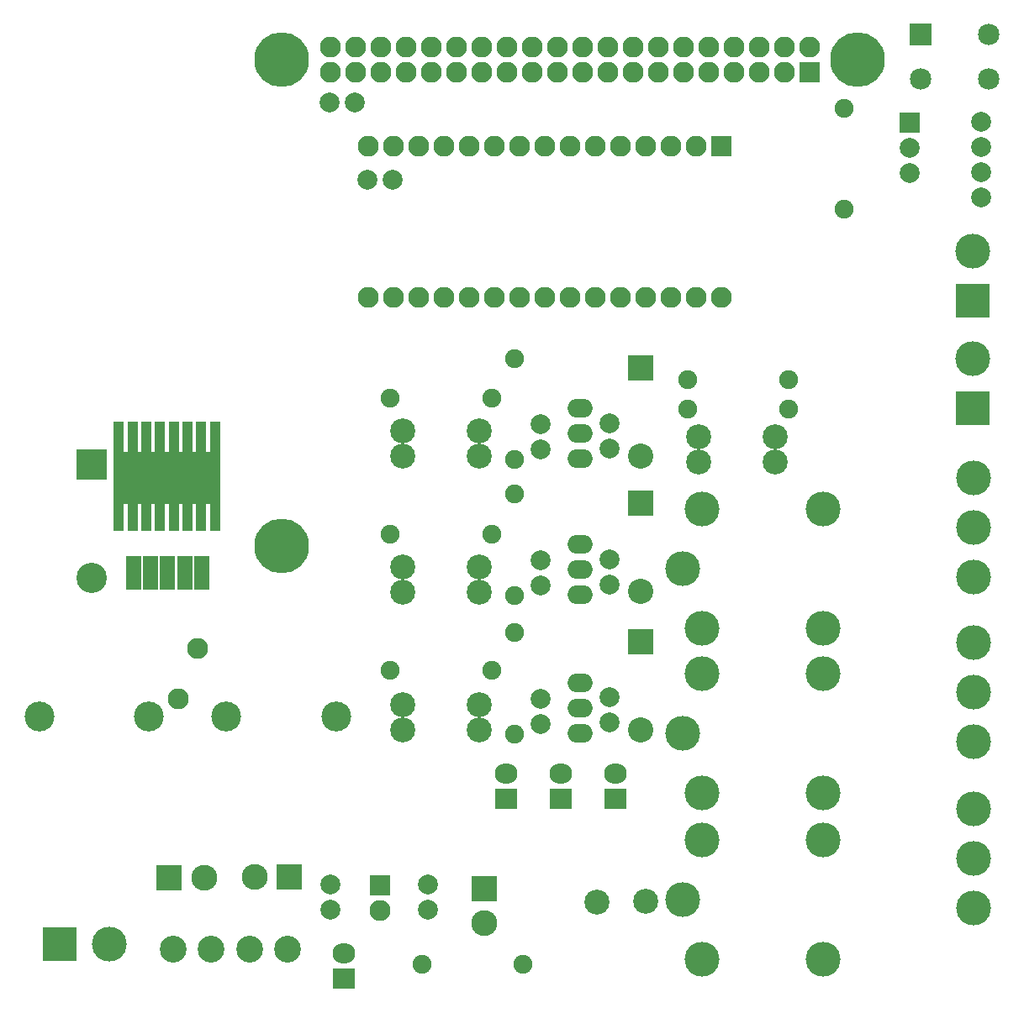
<source format=gts>
G04 Layer_Color=8388736*
%FSLAX25Y25*%
%MOIN*%
G70*
G01*
G75*
%ADD18R,0.03839X0.43209*%
%ADD19R,0.41929X0.20866*%
%ADD35R,0.10000X0.10000*%
%ADD36C,0.10000*%
%ADD50R,0.05937X0.13811*%
%ADD51C,0.09874*%
%ADD52C,0.13811*%
%ADD53R,0.13811X0.13811*%
%ADD54R,0.13811X0.13811*%
%ADD55C,0.07906*%
%ADD56R,0.08500X0.08500*%
%ADD57C,0.08500*%
%ADD58R,0.07906X0.07906*%
%ADD59C,0.07512*%
%ADD60R,0.08299X0.08299*%
%ADD61C,0.08299*%
%ADD62O,0.09874X0.07512*%
%ADD63O,0.09000X0.08000*%
%ADD64R,0.09000X0.08000*%
%ADD65R,0.12000X0.12000*%
%ADD66C,0.12000*%
%ADD67C,0.11843*%
%ADD68C,0.10268*%
%ADD69R,0.10268X0.10268*%
%ADD70R,0.10268X0.10268*%
%ADD71C,0.10642*%
%ADD72C,0.21685*%
D18*
X1227833Y997687D02*
D03*
X1233275D02*
D03*
X1238716D02*
D03*
X1244158D02*
D03*
X1249599D02*
D03*
X1255041D02*
D03*
X1222392D02*
D03*
X1260482D02*
D03*
D19*
X1241437Y996850D02*
D03*
D35*
X1429363Y1040787D02*
D03*
Y986949D02*
D03*
Y932028D02*
D03*
D36*
Y1005787D02*
D03*
Y951949D02*
D03*
Y897027D02*
D03*
D50*
X1255118Y959350D02*
D03*
X1248425D02*
D03*
X1241732D02*
D03*
X1235039D02*
D03*
X1228347D02*
D03*
D51*
X1411909Y828740D02*
D03*
X1431201Y828937D02*
D03*
X1452181Y1013287D02*
D03*
X1482496Y1003287D02*
D03*
Y1013287D02*
D03*
X1452181Y1003287D02*
D03*
X1335039Y1015650D02*
D03*
X1365354Y1005650D02*
D03*
Y1015650D02*
D03*
X1335039Y1005650D02*
D03*
Y961811D02*
D03*
X1365354Y951811D02*
D03*
Y961811D02*
D03*
X1335039Y951811D02*
D03*
Y906890D02*
D03*
X1365354Y896890D02*
D03*
Y906890D02*
D03*
X1335039Y896890D02*
D03*
D52*
X1445768Y829626D02*
D03*
X1453642Y853248D02*
D03*
Y806004D02*
D03*
X1501673Y853248D02*
D03*
Y806004D02*
D03*
X1445768Y895669D02*
D03*
X1453642Y919291D02*
D03*
Y872047D02*
D03*
X1501673Y919291D02*
D03*
Y872047D02*
D03*
X1561417Y865650D02*
D03*
Y845965D02*
D03*
Y826280D02*
D03*
Y931693D02*
D03*
Y912008D02*
D03*
Y892323D02*
D03*
Y997146D02*
D03*
Y977461D02*
D03*
Y957776D02*
D03*
X1560925Y1044291D02*
D03*
Y1086963D02*
D03*
X1218602Y811909D02*
D03*
X1445768Y961122D02*
D03*
X1453642Y984744D02*
D03*
Y937500D02*
D03*
X1501673Y984744D02*
D03*
Y937500D02*
D03*
D53*
X1560925Y1024606D02*
D03*
Y1067278D02*
D03*
D54*
X1198917Y811909D02*
D03*
D55*
X1331083Y1115453D02*
D03*
X1321083D02*
D03*
X1305965Y1145965D02*
D03*
X1315965D02*
D03*
X1535925Y1128012D02*
D03*
X1535925Y1118012D02*
D03*
X1564271Y1108445D02*
D03*
Y1118445D02*
D03*
X1564272Y1128445D02*
D03*
Y1138445D02*
D03*
X1417027Y1018643D02*
D03*
Y1008643D02*
D03*
X1389468Y1008208D02*
D03*
Y1018207D02*
D03*
Y954369D02*
D03*
Y964369D02*
D03*
Y899448D02*
D03*
Y909448D02*
D03*
X1417027Y964804D02*
D03*
Y954804D02*
D03*
Y909883D02*
D03*
Y899883D02*
D03*
X1306102Y825558D02*
D03*
Y835558D02*
D03*
X1344980Y825558D02*
D03*
Y835558D02*
D03*
D56*
X1540256Y1172933D02*
D03*
D57*
Y1155217D02*
D03*
X1567421Y1172933D02*
D03*
Y1155217D02*
D03*
D58*
X1535925Y1138011D02*
D03*
D59*
X1509941Y1103642D02*
D03*
Y1143799D02*
D03*
X1487992Y1035925D02*
D03*
X1447835D02*
D03*
Y1024311D02*
D03*
X1487992D02*
D03*
X1379232Y1044405D02*
D03*
Y1004248D02*
D03*
X1370177Y1028543D02*
D03*
X1330020D02*
D03*
X1370177Y974803D02*
D03*
X1330020D02*
D03*
X1370177Y920669D02*
D03*
X1330020D02*
D03*
X1379232Y990567D02*
D03*
Y950409D02*
D03*
Y935646D02*
D03*
Y895488D02*
D03*
X1342520Y803839D02*
D03*
X1382677D02*
D03*
D60*
X1461279Y1128602D02*
D03*
X1325986Y835324D02*
D03*
X1496161Y1157874D02*
D03*
D61*
X1451280Y1128602D02*
D03*
X1441280D02*
D03*
X1431279D02*
D03*
X1401280D02*
D03*
X1411279D02*
D03*
X1421280D02*
D03*
X1371280D02*
D03*
X1381279D02*
D03*
X1391280D02*
D03*
X1341280D02*
D03*
X1351280D02*
D03*
X1361279D02*
D03*
X1331279D02*
D03*
X1321280D02*
D03*
Y1068602D02*
D03*
X1331279D02*
D03*
X1361279D02*
D03*
X1351280D02*
D03*
X1341280D02*
D03*
X1391280D02*
D03*
X1381279D02*
D03*
X1371280D02*
D03*
X1421280D02*
D03*
X1411279D02*
D03*
X1401280D02*
D03*
X1431279D02*
D03*
X1441280D02*
D03*
X1451280D02*
D03*
X1461279D02*
D03*
X1253642Y929331D02*
D03*
X1245768Y909449D02*
D03*
X1325986Y825324D02*
D03*
X1486161Y1157874D02*
D03*
X1476161D02*
D03*
X1466161D02*
D03*
X1456161D02*
D03*
X1446161D02*
D03*
X1436161D02*
D03*
X1426161D02*
D03*
X1416161D02*
D03*
X1406161D02*
D03*
X1396161D02*
D03*
X1386161D02*
D03*
X1376161D02*
D03*
X1366161D02*
D03*
X1356161D02*
D03*
X1346161D02*
D03*
X1336161D02*
D03*
X1326161D02*
D03*
X1316161D02*
D03*
X1306161D02*
D03*
X1496161Y1167874D02*
D03*
X1486161D02*
D03*
X1476161D02*
D03*
X1466161D02*
D03*
X1456161D02*
D03*
X1446161D02*
D03*
X1436161D02*
D03*
X1426161D02*
D03*
X1416161D02*
D03*
X1406161D02*
D03*
X1396161D02*
D03*
X1386161D02*
D03*
X1376161D02*
D03*
X1366161D02*
D03*
X1356161D02*
D03*
X1346161D02*
D03*
X1336161D02*
D03*
X1326161D02*
D03*
X1316161D02*
D03*
X1306161D02*
D03*
D62*
X1405118Y1004508D02*
D03*
Y1014508D02*
D03*
Y1024508D02*
D03*
Y950669D02*
D03*
Y960669D02*
D03*
Y970669D02*
D03*
Y895748D02*
D03*
Y905748D02*
D03*
Y915748D02*
D03*
D63*
X1375984Y879606D02*
D03*
X1397589D02*
D03*
X1419193D02*
D03*
X1311614Y808248D02*
D03*
D64*
X1375984Y869606D02*
D03*
X1397589D02*
D03*
X1419193D02*
D03*
X1311614Y798248D02*
D03*
D65*
X1211614Y1002185D02*
D03*
D66*
Y957185D02*
D03*
D67*
X1234350Y902264D02*
D03*
X1190847D02*
D03*
X1265059D02*
D03*
X1308563D02*
D03*
D68*
X1256102Y838484D02*
D03*
X1276280Y838681D02*
D03*
X1367126Y820276D02*
D03*
D69*
X1242323Y838484D02*
D03*
X1290059Y838681D02*
D03*
D70*
X1367126Y834055D02*
D03*
D71*
X1243799Y810039D02*
D03*
X1258957D02*
D03*
X1274114D02*
D03*
X1289272D02*
D03*
D72*
X1515354Y1162992D02*
D03*
X1286909D02*
D03*
Y970079D02*
D03*
M02*

</source>
